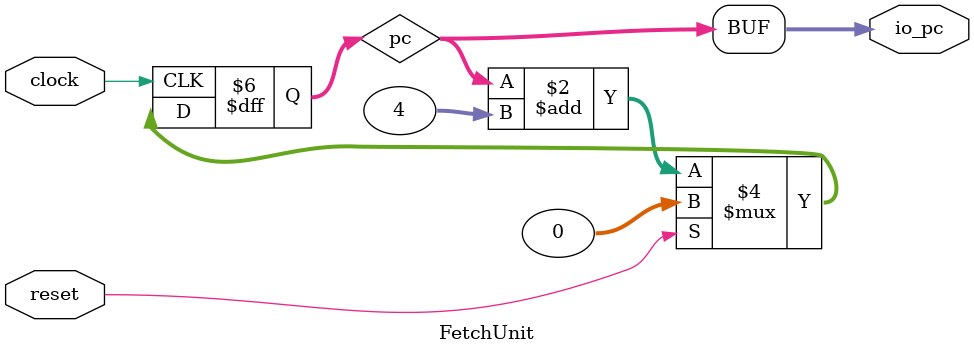
<source format=v>
module FetchUnit(
  input         clock,
                reset,
  output [31:0] io_pc
);
  reg [31:0] pc;
  always @(posedge clock) begin
    if (reset)
      pc <= 32'h0;
    else
      pc <= pc + 32'h4;
  end
  assign io_pc = pc;
endmodule

</source>
